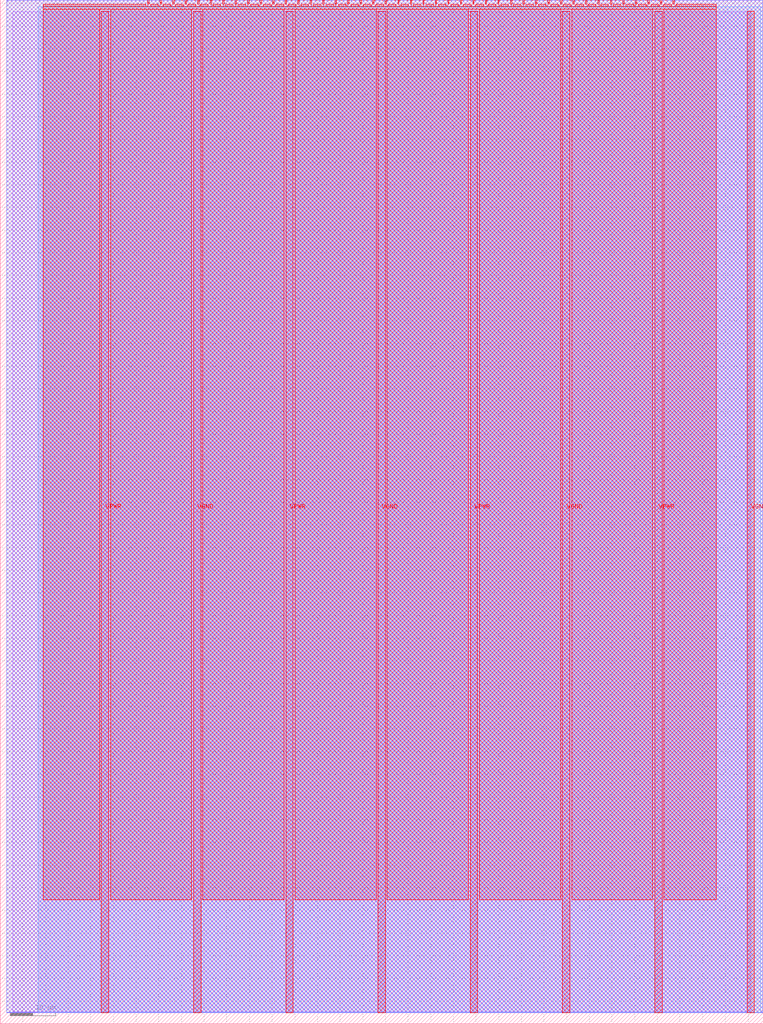
<source format=lef>
VERSION 5.7 ;
  NOWIREEXTENSIONATPIN ON ;
  DIVIDERCHAR "/" ;
  BUSBITCHARS "[]" ;
MACRO tt_um_mingkaic1_stack_machine
  CLASS BLOCK ;
  FOREIGN tt_um_mingkaic1_stack_machine ;
  ORIGIN 0.000 0.000 ;
  SIZE 168.360 BY 225.760 ;
  PIN VGND
    DIRECTION INOUT ;
    USE GROUND ;
    PORT
      LAYER met4 ;
        RECT 42.670 2.480 44.270 223.280 ;
    END
    PORT
      LAYER met4 ;
        RECT 83.380 2.480 84.980 223.280 ;
    END
    PORT
      LAYER met4 ;
        RECT 124.090 2.480 125.690 223.280 ;
    END
    PORT
      LAYER met4 ;
        RECT 164.800 2.480 166.400 223.280 ;
    END
  END VGND
  PIN VPWR
    DIRECTION INOUT ;
    USE POWER ;
    PORT
      LAYER met4 ;
        RECT 22.315 2.480 23.915 223.280 ;
    END
    PORT
      LAYER met4 ;
        RECT 63.025 2.480 64.625 223.280 ;
    END
    PORT
      LAYER met4 ;
        RECT 103.735 2.480 105.335 223.280 ;
    END
    PORT
      LAYER met4 ;
        RECT 144.445 2.480 146.045 223.280 ;
    END
  END VPWR
  PIN clk
    DIRECTION INPUT ;
    USE SIGNAL ;
    ANTENNAGATEAREA 0.852000 ;
    PORT
      LAYER met4 ;
        RECT 145.670 224.760 145.970 225.760 ;
    END
  END clk
  PIN ena
    DIRECTION INPUT ;
    USE SIGNAL ;
    PORT
      LAYER met4 ;
        RECT 148.430 224.760 148.730 225.760 ;
    END
  END ena
  PIN rst_n
    DIRECTION INPUT ;
    USE SIGNAL ;
    ANTENNAGATEAREA 0.213000 ;
    PORT
      LAYER met4 ;
        RECT 142.910 224.760 143.210 225.760 ;
    END
  END rst_n
  PIN ui_in[0]
    DIRECTION INPUT ;
    USE SIGNAL ;
    ANTENNAGATEAREA 0.196500 ;
    PORT
      LAYER met4 ;
        RECT 140.150 224.760 140.450 225.760 ;
    END
  END ui_in[0]
  PIN ui_in[1]
    DIRECTION INPUT ;
    USE SIGNAL ;
    ANTENNAGATEAREA 0.196500 ;
    PORT
      LAYER met4 ;
        RECT 137.390 224.760 137.690 225.760 ;
    END
  END ui_in[1]
  PIN ui_in[2]
    DIRECTION INPUT ;
    USE SIGNAL ;
    ANTENNAGATEAREA 0.196500 ;
    PORT
      LAYER met4 ;
        RECT 134.630 224.760 134.930 225.760 ;
    END
  END ui_in[2]
  PIN ui_in[3]
    DIRECTION INPUT ;
    USE SIGNAL ;
    ANTENNAGATEAREA 0.196500 ;
    PORT
      LAYER met4 ;
        RECT 131.870 224.760 132.170 225.760 ;
    END
  END ui_in[3]
  PIN ui_in[4]
    DIRECTION INPUT ;
    USE SIGNAL ;
    ANTENNAGATEAREA 0.196500 ;
    PORT
      LAYER met4 ;
        RECT 129.110 224.760 129.410 225.760 ;
    END
  END ui_in[4]
  PIN ui_in[5]
    DIRECTION INPUT ;
    USE SIGNAL ;
    ANTENNAGATEAREA 0.196500 ;
    PORT
      LAYER met4 ;
        RECT 126.350 224.760 126.650 225.760 ;
    END
  END ui_in[5]
  PIN ui_in[6]
    DIRECTION INPUT ;
    USE SIGNAL ;
    ANTENNAGATEAREA 0.196500 ;
    PORT
      LAYER met4 ;
        RECT 123.590 224.760 123.890 225.760 ;
    END
  END ui_in[6]
  PIN ui_in[7]
    DIRECTION INPUT ;
    USE SIGNAL ;
    ANTENNAGATEAREA 0.196500 ;
    PORT
      LAYER met4 ;
        RECT 120.830 224.760 121.130 225.760 ;
    END
  END ui_in[7]
  PIN uio_in[0]
    DIRECTION INPUT ;
    USE SIGNAL ;
    PORT
      LAYER met4 ;
        RECT 118.070 224.760 118.370 225.760 ;
    END
  END uio_in[0]
  PIN uio_in[1]
    DIRECTION INPUT ;
    USE SIGNAL ;
    PORT
      LAYER met4 ;
        RECT 115.310 224.760 115.610 225.760 ;
    END
  END uio_in[1]
  PIN uio_in[2]
    DIRECTION INPUT ;
    USE SIGNAL ;
    PORT
      LAYER met4 ;
        RECT 112.550 224.760 112.850 225.760 ;
    END
  END uio_in[2]
  PIN uio_in[3]
    DIRECTION INPUT ;
    USE SIGNAL ;
    PORT
      LAYER met4 ;
        RECT 109.790 224.760 110.090 225.760 ;
    END
  END uio_in[3]
  PIN uio_in[4]
    DIRECTION INPUT ;
    USE SIGNAL ;
    PORT
      LAYER met4 ;
        RECT 107.030 224.760 107.330 225.760 ;
    END
  END uio_in[4]
  PIN uio_in[5]
    DIRECTION INPUT ;
    USE SIGNAL ;
    PORT
      LAYER met4 ;
        RECT 104.270 224.760 104.570 225.760 ;
    END
  END uio_in[5]
  PIN uio_in[6]
    DIRECTION INPUT ;
    USE SIGNAL ;
    PORT
      LAYER met4 ;
        RECT 101.510 224.760 101.810 225.760 ;
    END
  END uio_in[6]
  PIN uio_in[7]
    DIRECTION INPUT ;
    USE SIGNAL ;
    PORT
      LAYER met4 ;
        RECT 98.750 224.760 99.050 225.760 ;
    END
  END uio_in[7]
  PIN uio_oe[0]
    DIRECTION OUTPUT TRISTATE ;
    USE SIGNAL ;
    PORT
      LAYER met4 ;
        RECT 51.830 224.760 52.130 225.760 ;
    END
  END uio_oe[0]
  PIN uio_oe[1]
    DIRECTION OUTPUT TRISTATE ;
    USE SIGNAL ;
    PORT
      LAYER met4 ;
        RECT 49.070 224.760 49.370 225.760 ;
    END
  END uio_oe[1]
  PIN uio_oe[2]
    DIRECTION OUTPUT TRISTATE ;
    USE SIGNAL ;
    PORT
      LAYER met4 ;
        RECT 46.310 224.760 46.610 225.760 ;
    END
  END uio_oe[2]
  PIN uio_oe[3]
    DIRECTION OUTPUT TRISTATE ;
    USE SIGNAL ;
    PORT
      LAYER met4 ;
        RECT 43.550 224.760 43.850 225.760 ;
    END
  END uio_oe[3]
  PIN uio_oe[4]
    DIRECTION OUTPUT TRISTATE ;
    USE SIGNAL ;
    PORT
      LAYER met4 ;
        RECT 40.790 224.760 41.090 225.760 ;
    END
  END uio_oe[4]
  PIN uio_oe[5]
    DIRECTION OUTPUT TRISTATE ;
    USE SIGNAL ;
    PORT
      LAYER met4 ;
        RECT 38.030 224.760 38.330 225.760 ;
    END
  END uio_oe[5]
  PIN uio_oe[6]
    DIRECTION OUTPUT TRISTATE ;
    USE SIGNAL ;
    PORT
      LAYER met4 ;
        RECT 35.270 224.760 35.570 225.760 ;
    END
  END uio_oe[6]
  PIN uio_oe[7]
    DIRECTION OUTPUT TRISTATE ;
    USE SIGNAL ;
    PORT
      LAYER met4 ;
        RECT 32.510 224.760 32.810 225.760 ;
    END
  END uio_oe[7]
  PIN uio_out[0]
    DIRECTION OUTPUT TRISTATE ;
    USE SIGNAL ;
    ANTENNADIFFAREA 0.891000 ;
    PORT
      LAYER met4 ;
        RECT 73.910 224.760 74.210 225.760 ;
    END
  END uio_out[0]
  PIN uio_out[1]
    DIRECTION OUTPUT TRISTATE ;
    USE SIGNAL ;
    ANTENNADIFFAREA 0.891000 ;
    PORT
      LAYER met4 ;
        RECT 71.150 224.760 71.450 225.760 ;
    END
  END uio_out[1]
  PIN uio_out[2]
    DIRECTION OUTPUT TRISTATE ;
    USE SIGNAL ;
    ANTENNADIFFAREA 0.891000 ;
    PORT
      LAYER met4 ;
        RECT 68.390 224.760 68.690 225.760 ;
    END
  END uio_out[2]
  PIN uio_out[3]
    DIRECTION OUTPUT TRISTATE ;
    USE SIGNAL ;
    ANTENNADIFFAREA 0.891000 ;
    PORT
      LAYER met4 ;
        RECT 65.630 224.760 65.930 225.760 ;
    END
  END uio_out[3]
  PIN uio_out[4]
    DIRECTION OUTPUT TRISTATE ;
    USE SIGNAL ;
    ANTENNADIFFAREA 0.891000 ;
    PORT
      LAYER met4 ;
        RECT 62.870 224.760 63.170 225.760 ;
    END
  END uio_out[4]
  PIN uio_out[5]
    DIRECTION OUTPUT TRISTATE ;
    USE SIGNAL ;
    ANTENNADIFFAREA 0.891000 ;
    PORT
      LAYER met4 ;
        RECT 60.110 224.760 60.410 225.760 ;
    END
  END uio_out[5]
  PIN uio_out[6]
    DIRECTION OUTPUT TRISTATE ;
    USE SIGNAL ;
    ANTENNADIFFAREA 0.891000 ;
    PORT
      LAYER met4 ;
        RECT 57.350 224.760 57.650 225.760 ;
    END
  END uio_out[6]
  PIN uio_out[7]
    DIRECTION OUTPUT TRISTATE ;
    USE SIGNAL ;
    ANTENNADIFFAREA 0.891000 ;
    PORT
      LAYER met4 ;
        RECT 54.590 224.760 54.890 225.760 ;
    END
  END uio_out[7]
  PIN uo_out[0]
    DIRECTION OUTPUT TRISTATE ;
    USE SIGNAL ;
    ANTENNADIFFAREA 0.924000 ;
    PORT
      LAYER met4 ;
        RECT 95.990 224.760 96.290 225.760 ;
    END
  END uo_out[0]
  PIN uo_out[1]
    DIRECTION OUTPUT TRISTATE ;
    USE SIGNAL ;
    ANTENNADIFFAREA 0.924000 ;
    PORT
      LAYER met4 ;
        RECT 93.230 224.760 93.530 225.760 ;
    END
  END uo_out[1]
  PIN uo_out[2]
    DIRECTION OUTPUT TRISTATE ;
    USE SIGNAL ;
    ANTENNADIFFAREA 0.462000 ;
    PORT
      LAYER met4 ;
        RECT 90.470 224.760 90.770 225.760 ;
    END
  END uo_out[2]
  PIN uo_out[3]
    DIRECTION OUTPUT TRISTATE ;
    USE SIGNAL ;
    ANTENNADIFFAREA 0.924000 ;
    PORT
      LAYER met4 ;
        RECT 87.710 224.760 88.010 225.760 ;
    END
  END uo_out[3]
  PIN uo_out[4]
    DIRECTION OUTPUT TRISTATE ;
    USE SIGNAL ;
    ANTENNADIFFAREA 0.924000 ;
    PORT
      LAYER met4 ;
        RECT 84.950 224.760 85.250 225.760 ;
    END
  END uo_out[4]
  PIN uo_out[5]
    DIRECTION OUTPUT TRISTATE ;
    USE SIGNAL ;
    ANTENNADIFFAREA 0.924000 ;
    PORT
      LAYER met4 ;
        RECT 82.190 224.760 82.490 225.760 ;
    END
  END uo_out[5]
  PIN uo_out[6]
    DIRECTION OUTPUT TRISTATE ;
    USE SIGNAL ;
    ANTENNADIFFAREA 0.462000 ;
    PORT
      LAYER met4 ;
        RECT 79.430 224.760 79.730 225.760 ;
    END
  END uo_out[6]
  PIN uo_out[7]
    DIRECTION OUTPUT TRISTATE ;
    USE SIGNAL ;
    ANTENNADIFFAREA 0.924000 ;
    PORT
      LAYER met4 ;
        RECT 76.670 224.760 76.970 225.760 ;
    END
  END uo_out[7]
  OBS
      LAYER li1 ;
        RECT 2.760 2.635 165.600 223.125 ;
      LAYER met1 ;
        RECT 1.450 2.480 168.290 225.720 ;
      LAYER met2 ;
        RECT 1.480 2.535 168.260 225.750 ;
      LAYER met3 ;
        RECT 8.345 2.555 167.835 224.225 ;
      LAYER met4 ;
        RECT 9.495 224.360 32.110 224.760 ;
        RECT 33.210 224.360 34.870 224.760 ;
        RECT 35.970 224.360 37.630 224.760 ;
        RECT 38.730 224.360 40.390 224.760 ;
        RECT 41.490 224.360 43.150 224.760 ;
        RECT 44.250 224.360 45.910 224.760 ;
        RECT 47.010 224.360 48.670 224.760 ;
        RECT 49.770 224.360 51.430 224.760 ;
        RECT 52.530 224.360 54.190 224.760 ;
        RECT 55.290 224.360 56.950 224.760 ;
        RECT 58.050 224.360 59.710 224.760 ;
        RECT 60.810 224.360 62.470 224.760 ;
        RECT 63.570 224.360 65.230 224.760 ;
        RECT 66.330 224.360 67.990 224.760 ;
        RECT 69.090 224.360 70.750 224.760 ;
        RECT 71.850 224.360 73.510 224.760 ;
        RECT 74.610 224.360 76.270 224.760 ;
        RECT 77.370 224.360 79.030 224.760 ;
        RECT 80.130 224.360 81.790 224.760 ;
        RECT 82.890 224.360 84.550 224.760 ;
        RECT 85.650 224.360 87.310 224.760 ;
        RECT 88.410 224.360 90.070 224.760 ;
        RECT 91.170 224.360 92.830 224.760 ;
        RECT 93.930 224.360 95.590 224.760 ;
        RECT 96.690 224.360 98.350 224.760 ;
        RECT 99.450 224.360 101.110 224.760 ;
        RECT 102.210 224.360 103.870 224.760 ;
        RECT 104.970 224.360 106.630 224.760 ;
        RECT 107.730 224.360 109.390 224.760 ;
        RECT 110.490 224.360 112.150 224.760 ;
        RECT 113.250 224.360 114.910 224.760 ;
        RECT 116.010 224.360 117.670 224.760 ;
        RECT 118.770 224.360 120.430 224.760 ;
        RECT 121.530 224.360 123.190 224.760 ;
        RECT 124.290 224.360 125.950 224.760 ;
        RECT 127.050 224.360 128.710 224.760 ;
        RECT 129.810 224.360 131.470 224.760 ;
        RECT 132.570 224.360 134.230 224.760 ;
        RECT 135.330 224.360 136.990 224.760 ;
        RECT 138.090 224.360 139.750 224.760 ;
        RECT 140.850 224.360 142.510 224.760 ;
        RECT 143.610 224.360 145.270 224.760 ;
        RECT 146.370 224.360 148.030 224.760 ;
        RECT 149.130 224.360 157.945 224.760 ;
        RECT 9.495 223.680 157.945 224.360 ;
        RECT 9.495 27.375 21.915 223.680 ;
        RECT 24.315 27.375 42.270 223.680 ;
        RECT 44.670 27.375 62.625 223.680 ;
        RECT 65.025 27.375 82.980 223.680 ;
        RECT 85.380 27.375 103.335 223.680 ;
        RECT 105.735 27.375 123.690 223.680 ;
        RECT 126.090 27.375 144.045 223.680 ;
        RECT 146.445 27.375 157.945 223.680 ;
  END
END tt_um_mingkaic1_stack_machine
END LIBRARY


</source>
